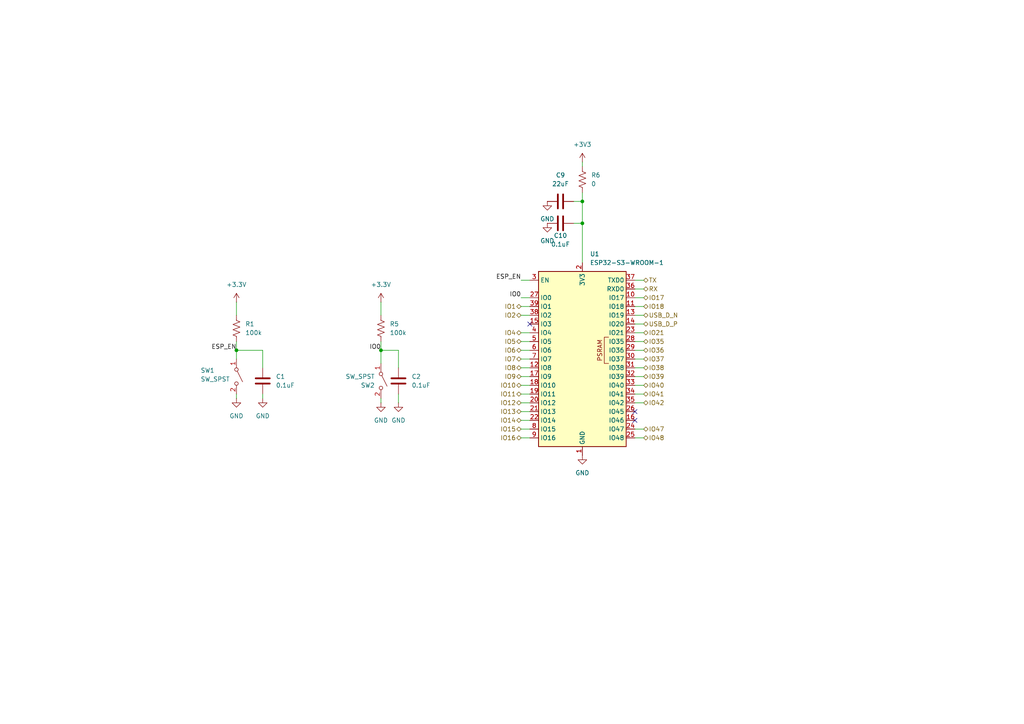
<source format=kicad_sch>
(kicad_sch (version 20231120) (generator "eeschema") (generator_version "8.0")
  (paper "A4")
  (lib_symbols
    (symbol "Device:C" (pin_numbers hide) (pin_names (offset 0.254))
      (property "Reference" "C" (at 0.635 2.54 0))
      (property "Value" "C" (at 0.635 -2.54 0))
      (symbol "C_0_1"
        (polyline (pts (xy -2.032 -0.762) (xy 2.032 -0.762)) (stroke (width 0.508)))
        (polyline (pts (xy -2.032 0.762) (xy 2.032 0.762)) (stroke (width 0.508)))
      )
      (symbol "C_1_1"
        (pin passive line (at 0 3.81 270) (length 2.794) (name "~") (number "1"))
        (pin passive line (at 0 -3.81 90) (length 2.794) (name "~") (number "2"))
      )
    )
    (symbol "Device:R_US" (pin_numbers hide) (pin_names (offset 0))
      (property "Reference" "R" (at 2.54 0 90))
      (property "Value" "R_US" (at -2.54 0 90))
      (symbol "R_US_0_1"
        (polyline (pts (xy 0 -2.286) (xy 0 -2.54)))
        (polyline (pts (xy 0 2.286) (xy 0 2.54)))
        (polyline (pts (xy 0 -0.762) (xy 1.016 -1.143) (xy 0 -1.524) (xy -1.016 -1.905) (xy 0 -2.286)))
        (polyline (pts (xy 0 0.762) (xy 1.016 0.381) (xy 0 0) (xy -1.016 -0.381) (xy 0 -0.762)))
        (polyline (pts (xy 0 2.286) (xy 1.016 1.905) (xy 0 1.524) (xy -1.016 1.143) (xy 0 0.762)))
      )
      (symbol "R_US_1_1"
        (pin passive line (at 0 3.81 270) (length 1.27) (name "~") (number "1"))
        (pin passive line (at 0 -3.81 90) (length 1.27) (name "~") (number "2"))
      )
    )
    (symbol "RF_Module:ESP32-S3-WROOM-1"
      (property "Reference" "U" (at -12.7 26.67 0))
      (property "Value" "ESP32-S3-WROOM-1" (at 12.7 26.67 0))
      (symbol "ESP32-S3-WROOM-1_0_0"
        (rectangle (start -12.7 25.4) (end 12.7 -25.4) (stroke (width 0.254)) (fill (type background)))
        (text "PSRAM" (at 5.08 2.54 900) (effects (font (size 1.27 1.27))))
      )
      (symbol "ESP32-S3-WROOM-1_0_1"
        (polyline (pts (xy 7.62 -1.27) (xy 6.35 -1.27) (xy 6.35 6.35) (xy 7.62 6.35)))
      )
      (symbol "ESP32-S3-WROOM-1_1_1"
        (pin power_in line (at 0 -27.94 90) (length 2.54) (name "GND") (number "1"))
        (pin bidirectional line (at 15.24 17.78 180) (length 2.54) (name "IO17") (number "10"))
        (pin bidirectional line (at 15.24 15.24 180) (length 2.54) (name "IO18") (number "11"))
        (pin bidirectional line (at -15.24 -2.54 0) (length 2.54) (name "IO8") (number "12"))
        (pin bidirectional line (at 15.24 12.7 180) (length 2.54) (name "IO19") (number "13"))
        (pin bidirectional line (at 15.24 10.16 180) (length 2.54) (name "IO20") (number "14"))
        (pin bidirectional line (at -15.24 10.16 0) (length 2.54) (name "IO3") (number "15"))
        (pin bidirectional line (at 15.24 -17.78 180) (length 2.54) (name "IO46") (number "16"))
        (pin bidirectional line (at -15.24 -5.08 0) (length 2.54) (name "IO9") (number "17"))
        (pin bidirectional line (at -15.24 -7.62 0) (length 2.54) (name "IO10") (number "18"))
        (pin bidirectional line (at -15.24 -10.16 0) (length 2.54) (name "IO11") (number "19"))
        (pin power_in line (at 0 27.94 270) (length 2.54) (name "3V3") (number "2"))
        (pin bidirectional line (at -15.24 -12.7 0) (length 2.54) (name "IO12") (number "20"))
        (pin bidirectional line (at -15.24 -15.24 0) (length 2.54) (name "IO13") (number "21"))
        (pin bidirectional line (at -15.24 -17.78 0) (length 2.54) (name "IO14") (number "22"))
        (pin bidirectional line (at 15.24 7.62 180) (length 2.54) (name "IO21") (number "23"))
        (pin bidirectional line (at 15.24 -20.32 180) (length 2.54) (name "IO47") (number "24"))
        (pin bidirectional line (at 15.24 -22.86 180) (length 2.54) (name "IO48") (number "25"))
        (pin bidirectional line (at 15.24 -15.24 180) (length 2.54) (name "IO45") (number "26"))
        (pin bidirectional line (at -15.24 17.78 0) (length 2.54) (name "IO0") (number "27"))
        (pin bidirectional line (at 15.24 5.08 180) (length 2.54) (name "IO35") (number "28"))
        (pin bidirectional line (at 15.24 2.54 180) (length 2.54) (name "IO36") (number "29"))
        (pin input line (at -15.24 22.86 0) (length 2.54) (name "EN") (number "3"))
        (pin bidirectional line (at 15.24 0 180) (length 2.54) (name "IO37") (number "30"))
        (pin bidirectional line (at 15.24 -2.54 180) (length 2.54) (name "IO38") (number "31"))
        (pin bidirectional line (at 15.24 -5.08 180) (length 2.54) (name "IO39") (number "32"))
        (pin bidirectional line (at 15.24 -7.62 180) (length 2.54) (name "IO40") (number "33"))
        (pin bidirectional line (at 15.24 -10.16 180) (length 2.54) (name "IO41") (number "34"))
        (pin bidirectional line (at 15.24 -12.7 180) (length 2.54) (name "IO42") (number "35"))
        (pin bidirectional line (at 15.24 20.32 180) (length 2.54) (name "RXD0") (number "36"))
        (pin bidirectional line (at 15.24 22.86 180) (length 2.54) (name "TXD0") (number "37"))
        (pin bidirectional line (at -15.24 12.7 0) (length 2.54) (name "IO2") (number "38"))
        (pin bidirectional line (at -15.24 15.24 0) (length 2.54) (name "IO1") (number "39"))
        (pin bidirectional line (at -15.24 7.62 0) (length 2.54) (name "IO4") (number "4"))
        (pin passive line (at 0 -27.94 90) (length 2.54) hide (name "GND") (number "40"))
        (pin passive line (at 0 -27.94 90) (length 2.54) hide (name "GND") (number "41"))
        (pin bidirectional line (at -15.24 5.08 0) (length 2.54) (name "IO5") (number "5"))
        (pin bidirectional line (at -15.24 2.54 0) (length 2.54) (name "IO6") (number "6"))
        (pin bidirectional line (at -15.24 0 0) (length 2.54) (name "IO7") (number "7"))
        (pin bidirectional line (at -15.24 -20.32 0) (length 2.54) (name "IO15") (number "8"))
        (pin bidirectional line (at -15.24 -22.86 0) (length 2.54) (name "IO16") (number "9"))
      )
    )
    (symbol "Switch:SW_SPST" (pin_names (offset 0) hide)
      (property "Reference" "SW" (at 0 3.175 0))
      (property "Value" "SW_SPST" (at 0 -2.54 0))
      (symbol "SW_SPST_0_0"
        (circle (center -2.032 0) (radius 0.508))
        (polyline (pts (xy -1.524 0.254) (xy 1.524 1.778)))
        (circle (center 2.032 0) (radius 0.508))
      )
      (symbol "SW_SPST_1_1"
        (pin passive line (at -5.08 0 0) (length 2.54) (name "A") (number "1"))
        (pin passive line (at 5.08 0 180) (length 2.54) (name "B") (number "2"))
      )
    )
    (symbol "power:+3.3V" (power) (pin_numbers hide) (pin_names (offset 0) hide)
      (property "Value" "+3.3V" (at 0 3.556 0))
      (symbol "+3.3V_0_1"
        (polyline (pts (xy -0.762 1.27) (xy 0 2.54)))
        (polyline (pts (xy 0 0) (xy 0 2.54)))
        (polyline (pts (xy 0 2.54) (xy 0.762 1.27)))
      )
      (symbol "+3.3V_1_1"
        (pin power_in line (at 0 0 90) (length 0) (name "~") (number "1"))
      )
    )
    (symbol "power:+3V3" (power) (pin_numbers hide) (pin_names (offset 0) hide)
      (property "Value" "+3V3" (at 0 3.556 0))
      (symbol "+3V3_0_1"
        (polyline (pts (xy -0.762 1.27) (xy 0 2.54)))
        (polyline (pts (xy 0 0) (xy 0 2.54)))
        (polyline (pts (xy 0 2.54) (xy 0.762 1.27)))
      )
      (symbol "+3V3_1_1"
        (pin power_in line (at 0 0 90) (length 0) (name "~") (number "1"))
      )
    )
    (symbol "power:GND" (power) (pin_numbers hide) (pin_names (offset 0) hide)
      (property "Value" "GND" (at 0 -3.81 0))
      (symbol "GND_0_1"
        (polyline (pts (xy 0 0) (xy 0 -1.27) (xy 1.27 -1.27) (xy 0 -2.54) (xy -1.27 -1.27) (xy 0 -1.27)))
      )
      (symbol "GND_1_1"
        (pin power_in line (at 0 0 270) (length 0) (name "~") (number "1"))
      )
    )
  )
  (junction (at 68.58 101.6))
  (junction (at 110.49 101.6))
  (junction (at 168.91 58.42))
  (junction (at 168.91 64.77))
  (no_connect (at 184.15 119.38))
  (no_connect (at 184.15 121.92))
  (no_connect (at 153.67 93.98))
  (wire (pts (xy 76.2 114.3) (xy 76.2 115.57)))
  (wire (pts (xy 151.13 101.6) (xy 153.67 101.6)))
  (wire (pts (xy 110.49 87.63) (xy 110.49 91.44)))
  (wire (pts (xy 184.15 114.3) (xy 186.69 114.3)))
  (wire (pts (xy 184.15 86.36) (xy 186.69 86.36)))
  (wire (pts (xy 168.91 46.99) (xy 168.91 48.26)))
  (wire (pts (xy 151.13 121.92) (xy 153.67 121.92)))
  (wire (pts (xy 184.15 99.06) (xy 186.69 99.06)))
  (wire (pts (xy 151.13 111.76) (xy 153.67 111.76)))
  (wire (pts (xy 184.15 93.98) (xy 186.69 93.98)))
  (wire (pts (xy 184.15 116.84) (xy 186.69 116.84)))
  (wire (pts (xy 110.49 101.6) (xy 115.57 101.6)))
  (wire (pts (xy 151.13 109.22) (xy 153.67 109.22)))
  (wire (pts (xy 151.13 114.3) (xy 153.67 114.3)))
  (wire (pts (xy 115.57 101.6) (xy 115.57 106.68)))
  (wire (pts (xy 184.15 91.44) (xy 186.69 91.44)))
  (wire (pts (xy 68.58 101.6) (xy 76.2 101.6)))
  (wire (pts (xy 168.91 64.77) (xy 168.91 76.2)))
  (wire (pts (xy 151.13 91.44) (xy 153.67 91.44)))
  (wire (pts (xy 151.13 116.84) (xy 153.67 116.84)))
  (wire (pts (xy 76.2 101.6) (xy 76.2 106.68)))
  (wire (pts (xy 168.91 55.88) (xy 168.91 58.42)))
  (wire (pts (xy 68.58 101.6) (xy 68.58 104.14)))
  (wire (pts (xy 184.15 83.82) (xy 186.69 83.82)))
  (wire (pts (xy 151.13 127) (xy 153.67 127)))
  (wire (pts (xy 166.37 64.77) (xy 168.91 64.77)))
  (wire (pts (xy 184.15 88.9) (xy 186.69 88.9)))
  (wire (pts (xy 184.15 104.14) (xy 186.69 104.14)))
  (wire (pts (xy 151.13 119.38) (xy 153.67 119.38)))
  (wire (pts (xy 68.58 87.63) (xy 68.58 91.44)))
  (wire (pts (xy 151.13 106.68) (xy 153.67 106.68)))
  (wire (pts (xy 151.13 86.36) (xy 153.67 86.36)))
  (wire (pts (xy 151.13 99.06) (xy 153.67 99.06)))
  (wire (pts (xy 115.57 114.3) (xy 115.57 116.84)))
  (wire (pts (xy 184.15 81.28) (xy 186.69 81.28)))
  (wire (pts (xy 184.15 124.46) (xy 186.69 124.46)))
  (wire (pts (xy 110.49 101.6) (xy 110.49 105.41)))
  (wire (pts (xy 184.15 109.22) (xy 186.69 109.22)))
  (wire (pts (xy 151.13 88.9) (xy 153.67 88.9)))
  (wire (pts (xy 184.15 111.76) (xy 186.69 111.76)))
  (wire (pts (xy 184.15 101.6) (xy 186.69 101.6)))
  (wire (pts (xy 184.15 127) (xy 186.69 127)))
  (wire (pts (xy 110.49 99.06) (xy 110.49 101.6)))
  (wire (pts (xy 151.13 81.28) (xy 153.67 81.28)))
  (wire (pts (xy 68.58 99.06) (xy 68.58 101.6)))
  (wire (pts (xy 110.49 115.57) (xy 110.49 116.84)))
  (wire (pts (xy 184.15 96.52) (xy 186.69 96.52)))
  (wire (pts (xy 151.13 104.14) (xy 153.67 104.14)))
  (wire (pts (xy 151.13 124.46) (xy 153.67 124.46)))
  (wire (pts (xy 166.37 58.42) (xy 168.91 58.42)))
  (wire (pts (xy 68.58 114.3) (xy 68.58 115.57)))
  (wire (pts (xy 184.15 106.68) (xy 186.69 106.68)))
  (wire (pts (xy 168.91 58.42) (xy 168.91 64.77)))
  (wire (pts (xy 151.13 96.52) (xy 153.67 96.52)))
  (label "IO0" (at 110.49 101.6 180))
  (label "ESP_EN" (at 151.13 81.28 180))
  (label "ESP_EN" (at 68.58 101.6 180))
  (label "IO0" (at 151.13 86.36 180))
  (hierarchical_label "IO37" (shape bidirectional) (at 186.69 104.14 0))
  (hierarchical_label "IO47" (shape bidirectional) (at 186.69 124.46 0))
  (hierarchical_label "IO15" (shape bidirectional) (at 151.13 124.46 180))
  (hierarchical_label "IO7" (shape bidirectional) (at 151.13 104.14 180))
  (hierarchical_label "IO17" (shape bidirectional) (at 186.69 86.36 0))
  (hierarchical_label "IO40" (shape bidirectional) (at 186.69 111.76 0))
  (hierarchical_label "IO21" (shape bidirectional) (at 186.69 96.52 0))
  (hierarchical_label "IO48" (shape bidirectional) (at 186.69 127 0))
  (hierarchical_label "IO4" (shape bidirectional) (at 151.13 96.52 180))
  (hierarchical_label "TX" (shape bidirectional) (at 186.69 81.28 0))
  (hierarchical_label "IO13" (shape bidirectional) (at 151.13 119.38 180))
  (hierarchical_label "USB_D_N" (shape bidirectional) (at 186.69 91.44 0))
  (hierarchical_label "IO8" (shape bidirectional) (at 151.13 106.68 180))
  (hierarchical_label "IO39" (shape bidirectional) (at 186.69 109.22 0))
  (hierarchical_label "IO18" (shape bidirectional) (at 186.69 88.9 0))
  (hierarchical_label "IO35" (shape bidirectional) (at 186.69 99.06 0))
  (hierarchical_label "IO16" (shape bidirectional) (at 151.13 127 180))
  (hierarchical_label "USB_D_P" (shape bidirectional) (at 186.69 93.98 0))
  (hierarchical_label "IO1" (shape bidirectional) (at 151.13 88.9 180))
  (hierarchical_label "IO36" (shape bidirectional) (at 186.69 101.6 0))
  (hierarchical_label "IO6" (shape bidirectional) (at 151.13 101.6 180))
  (hierarchical_label "IO2" (shape bidirectional) (at 151.13 91.44 180))
  (hierarchical_label "IO41" (shape bidirectional) (at 186.69 114.3 0))
  (hierarchical_label "IO11" (shape bidirectional) (at 151.13 114.3 180))
  (hierarchical_label "RX" (shape bidirectional) (at 186.69 83.82 0))
  (hierarchical_label "IO42" (shape bidirectional) (at 186.69 116.84 0))
  (hierarchical_label "IO10" (shape bidirectional) (at 151.13 111.76 180))
  (hierarchical_label "IO14" (shape bidirectional) (at 151.13 121.92 180))
  (hierarchical_label "IO38" (shape bidirectional) (at 186.69 106.68 0))
  (hierarchical_label "IO9" (shape bidirectional) (at 151.13 109.22 180))
  (hierarchical_label "IO5" (shape bidirectional) (at 151.13 99.06 180))
  (hierarchical_label "IO12" (shape bidirectional) (at 151.13 116.84 180))
  (symbol (lib_id "Switch:SW_SPST") (at 68.58 109.22 270) (unit 1)
    (property "Reference" "SW1" (at 58.166 107.442 90) (effects (justify left)))
    (property "Value" "SW_SPST" (at 58.166 109.982 90) (effects (justify left)))
    (property "Footprint" "Button_Switch_SMD:SW_MEC_5GSH9" (effects (hide yes)))
    (property "Description" "Single Pole Single Throw (SPST) switch" (effects (hide yes)))
  )
  (symbol (lib_id "power:+3.3V") (at 68.58 87.63 0) (unit 1)
    (property "Reference" "#PWR01" (effects (hide yes)))
    (property "Value" "+3.3V" (at 68.58 82.55 0))
    (property "Description" "Power symbol creates a global label with name \"+3.3V\"" (effects (hide yes)))
  )
  (symbol (lib_id "RF_Module:ESP32-S3-WROOM-1") (at 168.91 104.14 0) (unit 1)
    (property "Reference" "U1" (at 171.1041 73.66 0) (effects (justify left)))
    (property "Value" "ESP32-S3-WROOM-1" (at 171.1041 76.2 0) (effects (justify left)))
    (property "Footprint" "RF_Module:ESP32-S3-WROOM-1" (effects (hide yes)))
    (property "Datasheet" "https://www.espressif.com/sites/default/files/documentation/esp32-s3-wroom-1_wroom-1u_datasheet_en.pdf" (effects (hide yes)))
    (property "Description" "RF Module, ESP32-S3 SoC, Wi-Fi 802.11b/g/n, Bluetooth, BLE, 32-bit, 3.3V, onboard antenna, SMD" (effects (hide yes)))
  )
  (symbol (lib_id "power:GND") (at 158.75 64.77 0) (unit 1)
    (property "Reference" "#PWR025" (effects (hide yes)))
    (property "Value" "GND" (at 158.75 69.85 0))
    (property "Description" "Power symbol creates a global label with name \"GND\" , ground" (effects (hide yes)))
  )
  (symbol (lib_id "power:GND") (at 168.91 132.08 0) (unit 1)
    (property "Reference" "#PWR027" (effects (hide yes)))
    (property "Value" "GND" (at 168.91 137.16 0))
    (property "Description" "Power symbol creates a global label with name \"GND\" , ground" (effects (hide yes)))
  )
  (symbol (lib_id "Device:R_US") (at 68.58 95.25 0) (unit 1)
    (property "Reference" "R1" (at 71.12 93.9799 0) (effects (justify left)))
    (property "Value" "100k" (at 71.12 96.5199 0) (effects (justify left)))
    (property "Description" "Resistor, US symbol" (effects (hide yes)))
  )
  (symbol (lib_id "power:GND") (at 110.49 116.84 0) (unit 1)
    (property "Reference" "#PWR022" (effects (hide yes)))
    (property "Value" "GND" (at 110.49 121.92 0))
    (property "Description" "Power symbol creates a global label with name \"GND\" , ground" (effects (hide yes)))
  )
  (symbol (lib_id "Device:R_US") (at 168.91 52.07 0) (unit 1)
    (property "Reference" "R6" (at 171.45 50.7999 0) (effects (justify left)))
    (property "Value" "0" (at 171.45 53.3399 0) (effects (justify left)))
    (property "Description" "Resistor, US symbol" (effects (hide yes)))
  )
  (symbol (lib_id "Device:C") (at 115.57 110.49 0) (unit 1)
    (property "Reference" "C2" (at 119.38 109.2199 0) (effects (justify left)))
    (property "Value" "0.1uF" (at 119.38 111.7599 0) (effects (justify left)))
    (property "Description" "Unpolarized capacitor" (effects (hide yes)))
  )
  (symbol (lib_id "power:GND") (at 115.57 116.84 0) (mirror y) (unit 1)
    (property "Reference" "#PWR023" (effects (hide yes)))
    (property "Value" "GND" (at 115.57 121.92 0))
    (property "Description" "Power symbol creates a global label with name \"GND\" , ground" (effects (hide yes)))
  )
  (symbol (lib_id "Device:C") (at 162.56 58.42 90) (unit 1)
    (property "Reference" "C9" (at 162.56 50.8 90))
    (property "Value" "22uF" (at 162.56 53.34 90))
    (property "Description" "Unpolarized capacitor" (effects (hide yes)))
  )
  (symbol (lib_id "power:+3V3") (at 168.91 46.99 0) (unit 1)
    (property "Reference" "#PWR026" (effects (hide yes)))
    (property "Value" "+3V3" (at 168.91 41.91 0))
    (property "Description" "Power symbol creates a global label with name \"+3V3\"" (effects (hide yes)))
  )
  (symbol (lib_id "power:GND") (at 76.2 115.57 0) (unit 1)
    (property "Reference" "#PWR020" (effects (hide yes)))
    (property "Value" "GND" (at 76.2 120.65 0))
    (property "Description" "Power symbol creates a global label with name \"GND\" , ground" (effects (hide yes)))
  )
  (symbol (lib_id "Device:R_US") (at 110.49 95.25 0) (unit 1)
    (property "Reference" "R5" (at 113.03 93.9799 0) (effects (justify left)))
    (property "Value" "100k" (at 113.03 96.5199 0) (effects (justify left)))
    (property "Description" "Resistor, US symbol" (effects (hide yes)))
  )
  (symbol (lib_id "Switch:SW_SPST") (at 110.49 110.49 270) (unit 1)
    (property "Reference" "SW2" (at 108.712 111.76 90) (effects (justify right)))
    (property "Value" "SW_SPST" (at 108.712 109.22 90) (effects (justify right)))
    (property "Footprint" "Button_Switch_SMD:SW_MEC_5GSH9" (effects (hide yes)))
    (property "Description" "Single Pole Single Throw (SPST) switch" (effects (hide yes)))
  )
  (symbol (lib_id "power:GND") (at 68.58 115.57 0) (unit 1)
    (property "Reference" "#PWR019" (effects (hide yes)))
    (property "Value" "GND" (at 68.58 120.65 0))
    (property "Description" "Power symbol creates a global label with name \"GND\" , ground" (effects (hide yes)))
  )
  (symbol (lib_id "power:GND") (at 158.75 58.42 0) (unit 1)
    (property "Reference" "#PWR024" (effects (hide yes)))
    (property "Value" "GND" (at 158.75 63.5 0))
    (property "Description" "Power symbol creates a global label with name \"GND\" , ground" (effects (hide yes)))
  )
  (symbol (lib_id "Device:C") (at 162.56 64.77 90) (unit 1)
    (property "Reference" "C10" (at 162.56 68.326 90))
    (property "Value" "0.1uF" (at 162.56 70.866 90))
    (property "Description" "Unpolarized capacitor" (effects (hide yes)))
  )
  (symbol (lib_id "Device:C") (at 76.2 110.49 0) (unit 1)
    (property "Reference" "C1" (at 80.01 109.2199 0) (effects (justify left)))
    (property "Value" "0.1uF" (at 80.01 111.7599 0) (effects (justify left)))
    (property "Description" "Unpolarized capacitor" (effects (hide yes)))
  )
  (symbol (lib_id "power:+3.3V") (at 110.49 87.63 0) (unit 1)
    (property "Reference" "#PWR021" (effects (hide yes)))
    (property "Value" "+3.3V" (at 110.49 82.55 0))
    (property "Description" "Power symbol creates a global label with name \"+3.3V\"" (effects (hide yes)))
  )
)
</source>
